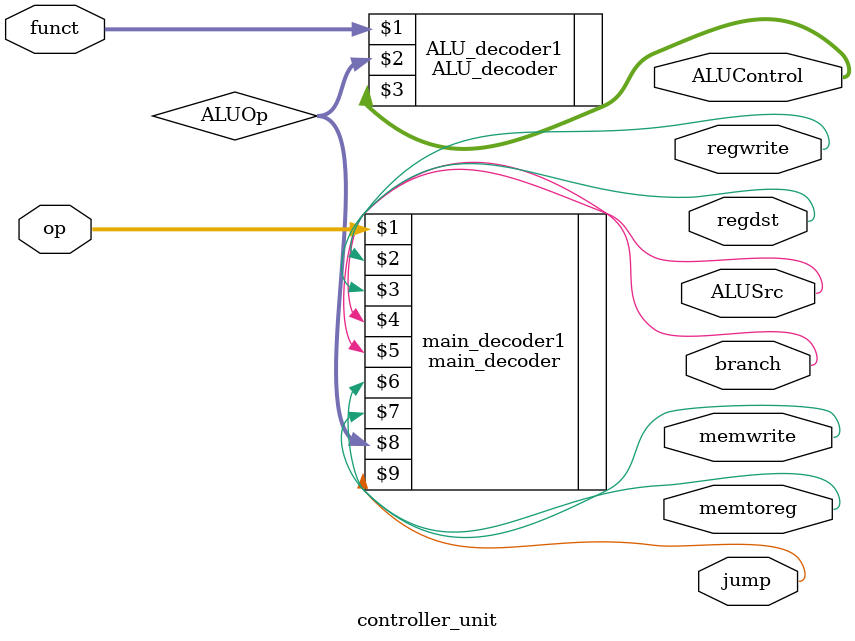
<source format=v>
module controller_unit (op , funct , regwrite , regdst , ALUSrc , branch , memwrite , memtoreg , ALUControl , jump);

	input [5:0] op; // 6-bit Opcode field of the instruction which determine the type of the instruction
	input [3:0] funct; //the four least significant bits of the funct field as input to determine the operation to perform


	output
		regwrite, // enable for register file writing operation 
		regdst, // selector for the mux that sellect the instruction type destination register (rt ==> i-type rd ==> r-type)
		ALUSrc,  // selector for the mux that sellect the instruction type operand source (imm ==> i-type rs|rt ==> r-type)
		branch,	// control signal that sellect PC' whether PC'=PC+4+signimm*4 for beq instruction or PC+4for the others.
		memwrite,	//enable for data memory writing operation 
		memtoreg, /* selector for the mux that sellect WD for the register file whether data 
			        from memory for lw,sw instructions or ALUresult for the others.*/ 
		jump; // selector for the mux which select PC', it is asserted only in case of jump instruction

	output [2:0] ALUControl; // 3-bit control the operation of the ALU

	wire [1:0] ALUOp; // 2-bit control signals which is used in conjunction with funct field to compute ALUControl
	
	
// main decoder determine most of the control signals and ALUop which is used in conjunction with funct field to compute ALUControl 
	main_decoder main_decoder1 (op , regwrite , regdst , ALUSrc , branch , memwrite , memtoreg , ALUOp , jump );
	
// ALU decoder which determine the ALUcontrol signal which specifies the operation of ALU
	ALU_decoder ALU_decoder1 (funct , ALUOp , ALUControl);

endmodule
</source>
